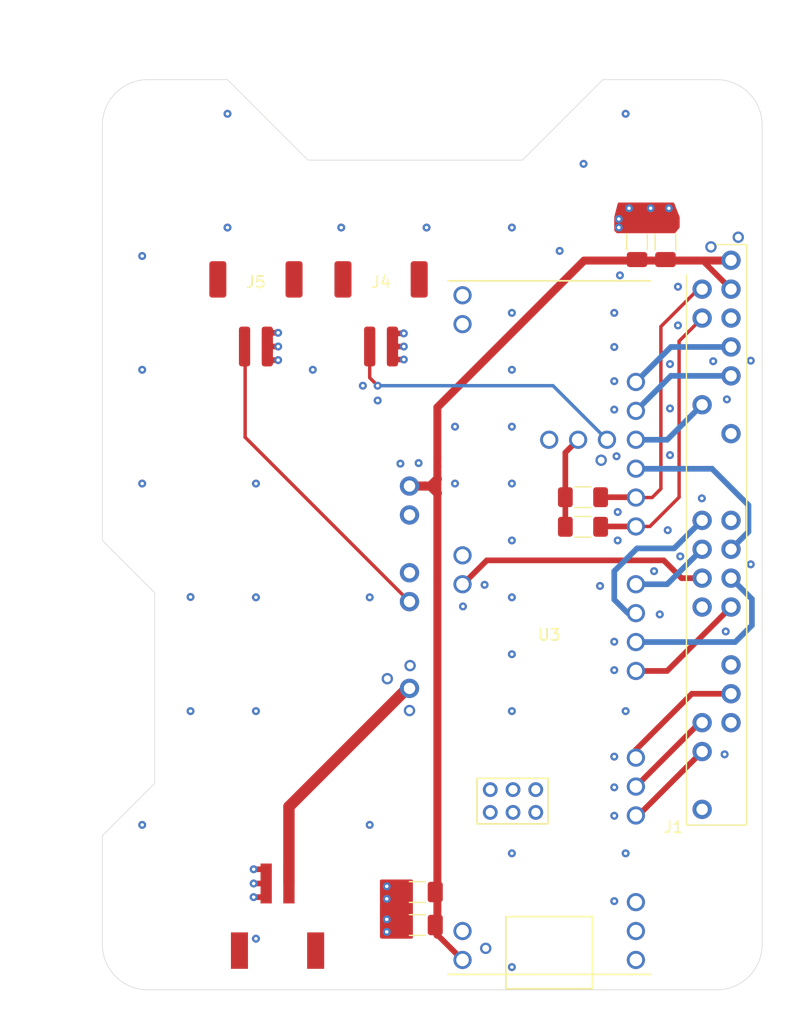
<source format=kicad_pcb>
(kicad_pcb (version 20241229) (generator "pcbnew") (generator_version "9.0")
  (layers (0 "F.Cu" signal) (4 "In1.Cu" power) (6 "In2.Cu" power) (2 "B.Cu" signal) (13 "F.Paste" user) (15 "B.Paste" user) (5 "F.SilkS" user "F.Silkscreen") (7 "B.SilkS" user "B.Silkscreen") (1 "F.Mask" user) (3 "B.Mask" user) (25 "Edge.Cuts" user))
  (net 0 "")
  (net 2 "GND")
  (net 3 "+5V")
  (net 4 "/MOSI")
  (net 5 "/MISO")
  (net 6 "/SCK")
  (net 7 "/RX")
  (net 8 "/SDA")
  (net 9 "/SCL")
  (net 10 "/TX")
  (net 12 "/STANDBY_GPS_MAX_7Q")
  (net 13 "/GPS_RST")
  (net 20 "+3.3V")
  (net 21 "/VBAT")
  (net 24 "/STANDBY_GPS")
  (net 26 "/PWR_EN")
  (net 28 "/RESET_5146")
  (net 29 "/GPS_RST_MAX_7Q")
  (net 30 "/GPIO7_SX1302")
  (net 32 "/SPI_CS0")
  (net 33 "/VBUS")
  (footprint "Resistor_SMD:R_1206_3216Metric_Pad1.30x1.75mm_HandSolder" (layer "F.Cu") (at 97.25 75.7)
    (property "Reference" "R5" (hide yes))
    (property "Value" "3.3k" (hide yes))
    (fp_line (start -0.727064 -0.91) (end 0.727064 -0.91) (stroke (width 0.12)) (layer "F.SilkS"))
    (fp_line (start -0.727064 0.91) (end 0.727064 0.91) (stroke (width 0.12)) (layer "F.SilkS"))
    (pad "1" smd roundrect (at -1.55 0) (size 1.3 1.75) (layers "F.Cu" "F.Mask" "F.Paste") (roundrect_rratio 0.192308) (net 20 "+3.3V"))
    (pad "2" smd roundrect (at 1.55 0) (size 1.3 1.75) (layers "F.Cu" "F.Mask" "F.Paste") (roundrect_rratio 0.192308) (net 8 "/SDA"))
  )
  (footprint "teensy:Teensy41_min" (layer "F.Cu") (at 94.2816 87.16 90)
    (property "Reference" "U3" (at -0.635 0 180) (layer "F.SilkS"))
    (property "Value" "Teensy4.1" (hide yes))
    (fp_line (start 30.48 -8.89) (end 30.48 8.89) (stroke (width 0.15)) (layer "F.SilkS"))
    (fp_line (start -13.25 -6.3516) (end -17.25 -6.3516) (stroke (width 0.15)) (layer "F.SilkS"))
    (fp_line (start -17.25 -6.3516) (end -17.25 -6.1016) (stroke (width 0.15)) (layer "F.SilkS"))
    (fp_line (start -17.25 -6.1016) (end -17.25 -0.1016) (stroke (width 0.15)) (layer "F.SilkS"))
    (fp_line (start -25.4 -3.81) (end -30.48 -3.81) (stroke (width 0.15)) (layer "F.SilkS"))
    (fp_line (start -31.75 -3.81) (end -30.48 -3.81) (stroke (width 0.15)) (layer "F.SilkS"))
    (fp_line (start -13.25 -0.1016) (end -13.25 -6.3516) (stroke (width 0.15)) (layer "F.SilkS"))
    (fp_line (start -17.25 -0.1016) (end -13.25 -0.1016) (stroke (width 0.15)) (layer "F.SilkS"))
    (fp_line (start -25.4 3.81) (end -25.4 -3.81) (stroke (width 0.15)) (layer "F.SilkS"))
    (fp_line (start -25.4 3.81) (end -30.48 3.81) (stroke (width 0.15)) (layer "F.SilkS"))
    (fp_line (start -30.48 3.81) (end -31.75 3.81) (stroke (width 0.15)) (layer "F.SilkS"))
    (fp_line (start -31.75 3.81) (end -31.75 -3.81) (stroke (width 0.15)) (layer "F.SilkS"))
    (fp_line (start -30.48 8.89) (end -30.48 -8.89) (stroke (width 0.15)) (layer "F.SilkS"))
    (pad "1" thru_hole circle (at -29.21 7.62 90) (size 1.6 1.6) (drill 1.1) (layers "*.Cu" "*.Mask") (net 2 "GND"))
    (pad "2" thru_hole circle (at -26.67 7.62 90) (size 1.6 1.6) (drill 1.1) (layers "*.Cu" "*.Mask"))
    (pad "3" thru_hole circle (at -24.13 7.62 90) (size 1.6 1.6) (drill 1.1) (layers "*.Cu" "*.Mask"))
    (pad "6" thru_hole circle (at -16.51 7.62 270) (size 1.6 1.6) (drill 1.1) (layers "*.Cu" "*.Mask") (net 12 "/STANDBY_GPS_MAX_7Q"))
    (pad "7" thru_hole circle (at -13.97 7.62 270) (size 1.6 1.6) (drill 1.1) (layers "*.Cu" "*.Mask") (net 29 "/GPS_RST_MAX_7Q"))
    (pad "8" thru_hole circle (at -11.43 7.62 270) (size 1.6 1.6) (drill 1.1) (layers "*.Cu" "*.Mask") (net 24 "/STANDBY_GPS"))
    (pad "11" thru_hole circle (at -3.81 7.62 90) (size 1.6 1.6) (drill 1.1) (layers "*.Cu" "*.Mask") (net 30 "/GPIO7_SX1302"))
    (pad "12" thru_hole circle (at -1.27 7.62 90) (size 1.6 1.6) (drill 1.1) (layers "*.Cu" "*.Mask") (net 32 "/SPI_CS0"))
    (pad "13" thru_hole circle (at 1.27 7.62 90) (size 1.6 1.6) (drill 1.1) (layers "*.Cu" "*.Mask") (net 4 "/MOSI"))
    (pad "14" thru_hole circle (at 3.81 7.62 90) (size 1.6 1.6) (drill 1.1) (layers "*.Cu" "*.Mask") (net 5 "/MISO"))
    (pad "16" thru_hole circle (at 8.89 7.62 90) (size 1.6 1.6) (drill 1.1) (layers "*.Cu" "*.Mask") (net 9 "/SCL"))
    (pad "17" thru_hole circle (at 11.43 7.62 90) (size 1.6 1.6) (drill 1.1) (layers "*.Cu" "*.Mask") (net 8 "/SDA"))
    (pad "18" thru_hole circle (at 13.97 7.62 90) (size 1.6 1.6) (drill 1.1) (layers "*.Cu" "*.Mask") (net 13 "/GPS_RST"))
    (pad "19" thru_hole circle (at 16.51 7.62 90) (size 1.6 1.6) (drill 1.1) (layers "*.Cu" "*.Mask") (net 28 "/RESET_5146"))
    (pad "20" thru_hole circle (at 19.05 7.62 90) (size 1.6 1.6) (drill 1.1) (layers "*.Cu" "*.Mask") (net 10 "/TX"))
    (pad "21" thru_hole circle (at 21.59 7.62 90) (size 1.6 1.6) (drill 1.1) (layers "*.Cu" "*.Mask") (net 7 "/RX"))
    (pad "25" thru_hole circle (at 29.21 -7.62 90) (size 1.6 1.6) (drill 1.1) (layers "*.Cu" "*.Mask"))
    (pad "26" thru_hole circle (at 26.67 -7.62 90) (size 1.6 1.6) (drill 1.1) (layers "*.Cu" "*.Mask"))
    (pad "34" thru_hole circle (at 6.35 -7.62 90) (size 1.6 1.6) (drill 1.1) (layers "*.Cu" "*.Mask") (net 2 "GND"))
    (pad "35" thru_hole circle (at 3.81 -7.62 90) (size 1.6 1.6) (drill 1.1) (layers "*.Cu" "*.Mask") (net 6 "/SCK"))
    (pad "47" thru_hole circle (at -26.67 -7.62 90) (size 1.6 1.6) (drill 1.1) (layers "*.Cu" "*.Mask") (net 2 "GND"))
    (pad "48" thru_hole circle (at -29.21 -7.62 90) (size 1.6 1.6) (drill 1.1) (layers "*.Cu" "*.Mask") (net 3 "+5V"))
    (pad "50" thru_hole circle (at 16.51 5.08 90) (size 1.6 1.6) (drill 1.1) (layers "*.Cu" "*.Mask") (net 21 "/VBAT"))
    (pad "51" thru_hole circle (at 16.51 2.54 90) (size 1.6 1.6) (drill 1.1) (layers "*.Cu" "*.Mask") (net 20 "+3.3V"))
    (pad "52" thru_hole circle (at 16.51 0 90) (size 1.6 1.6) (drill 1.1) (layers "*.Cu" "*.Mask") (net 2 "GND"))
    (pad "60" thru_hole circle (at -16.24 -5.1816 90) (size 1.3 1.3) (drill 0.8) (layers "*.Cu" "*.Mask"))
    (pad "61" thru_hole circle (at -16.24 -3.1816 90) (size 1.3 1.3) (drill 0.8) (layers "*.Cu" "*.Mask"))
    (pad "62" thru_hole circle (at -16.24 -1.1816 90) (size 1.3 1.3) (drill 0.8) (layers "*.Cu" "*.Mask"))
    (pad "63" thru_hole circle (at -14.24 -1.1816 90) (size 1.3 1.3) (drill 0.8) (layers "*.Cu" "*.Mask"))
    (pad "64" thru_hole circle (at -14.24 -3.1816 90) (size 1.3 1.3) (drill 0.8) (layers "*.Cu" "*.Mask") (net 2 "GND"))
    (pad "65" thru_hole circle (at -14.24 -5.1816 90) (size 1.3 1.3) (drill 0.8) (layers "*.Cu" "*.Mask"))
  )
  (footprint "TF:MountingHole_3mm_rec" (layer "F.Cu") (at 60 50)
    (property "Reference" "H1" (hide yes))
    (property "Value" "MountingHole" (hide yes))
    (pad "" np_thru_hole circle (at 0 0) (size 3 3) (drill 3) (layers "*.Cu" "*.Mask"))
  )
  (footprint "TF:MountingHole_4mm_t4" (layer "F.Cu") (at 60 44)
    (property "Reference" "H5" (hide yes))
    (property "Value" "MountingHole" (hide yes))
    (pad "" np_thru_hole circle (at 0 0) (size 4 4) (drill 4) (layers "*.Cu" "*.Mask"))
  )
  (footprint "adafruit:adafruit powerboost 1000" (layer "F.Cu") (at 82 92.5 90)
    (property "Reference" "J2" (hide yes))
    (property "Value" "adafruitpwr1000" (hide yes))
    (pad "" np_thru_hole circle (at -10.287 -19.034 90) (size 2.5 2.5) (drill 2.75) (layers "F&B.Cu" "*.Mask"))
    (pad "" np_thru_hole circle (at -10.287 -1.254 90) (size 2.5 2.5) (drill 2.75) (layers "F&B.Cu" "*.Mask"))
    (pad "" np_thru_hole circle (at 21.07 -17.016 90) (size 2.5 2.5) (drill 2.75) (layers "F&B.Cu" "*.Mask"))
    (pad "" np_thru_hole circle (at 21.07 -3.91 90) (size 2.5 2.5) (drill 2.75) (layers "F&B.Cu" "*.Mask"))
    (pad "1" thru_hole circle (at 0 0 180) (size 1.7 1.7) (drill 1) (layers "*.Cu" "*.Mask") (net 33 "/VBUS"))
    (pad "4" thru_hole circle (at 7.62 0 180) (size 1.7 1.7) (drill 1) (layers "*.Cu" "*.Mask") (net 26 "/PWR_EN"))
    (pad "5" thru_hole circle (at 10.16 0 180) (size 1.7 1.7) (drill 1) (layers "*.Cu" "*.Mask") (net 2 "GND"))
    (pad "7" thru_hole circle (at 15.24 0 180) (size 1.7 1.7) (drill 1) (layers "*.Cu" "*.Mask") (net 2 "GND"))
    (pad "8" thru_hole circle (at 17.78 0 180) (size 1.7 1.7) (drill 1) (layers "*.Cu" "*.Mask") (net 3 "+5V"))
  )
  (footprint "JST2pin:CONN_S2B-PH-SM4-TB_JST_mod2" (layer "F.Cu") (at 68.5 59.5 180)
    (property "Reference" "J5" (at 0 2.7 0) (layer "F.SilkS"))
    (property "Value" "S2B-PH-SM4-TB" (hide yes))
    (pad "1" smd roundrect (at -1.000001 -2.9553 180) (size 0.9906 3.5052) (layers "F.Cu" "F.Mask" "F.Paste") (net 2 "GND"))
    (pad "2" smd roundrect (at 1.000001 -2.9553 180) (size 0.9906 3.5052) (layers "F.Cu" "F.Mask" "F.Paste") (net 26 "/PWR_EN"))
    (pad "3" smd roundrect (at -3.350001 2.9447 180) (size 1.4986 3.2) (layers "F.Cu" "F.Mask" "F.Paste") (roundrect_rratio 0.1668223675))
    (pad "4" smd roundrect (at 3.350001 2.9447 180) (size 1.4986 3.2) (layers "F.Cu" "F.Mask" "F.Paste") (roundrect_rratio 0.1668223675))
  )
  (footprint "TF:MountingHole_3mm_rec" (layer "F.Cu") (at 109 108)
    (property "Reference" "H4" (hide yes))
    (property "Value" "MountingHole" (hide yes))
    (pad "" np_thru_hole circle (at 0 0) (size 3 3) (drill 3) (layers "*.Cu" "*.Mask"))
  )
  (footprint "TF:MountingHole_4mm_t4" (layer "F.Cu") (at 60 114)
    (property "Reference" "H7" (hide yes))
    (property "Value" "MountingHole" (hide yes))
    (pad "" np_thru_hole circle (at 0 0) (size 4 4) (drill 4) (layers "*.Cu" "*.Mask"))
  )
  (footprint "Capacitor_SMD:C_1206_3216Metric_Pad1.33x1.80mm_HandSolder" (layer "F.Cu") (at 102 53.25 -90)
    (property "Reference" "C8" (hide yes))
    (property "Value" "10u" (hide yes))
    (fp_line (start -0.711252 0.91) (end 0.711252 0.91) (stroke (width 0.12)) (layer "F.SilkS"))
    (fp_line (start -0.711252 -0.91) (end 0.711252 -0.91) (stroke (width 0.12)) (layer "F.SilkS"))
    (pad "1" smd roundrect (at -1.5625 0 270) (size 1.325 1.8) (layers "F.Cu" "F.Mask" "F.Paste") (roundrect_rratio 0.188679) (net 2 "GND"))
    (pad "2" smd roundrect (at 1.5625 0 270) (size 1.325 1.8) (layers "F.Cu" "F.Mask" "F.Paste") (roundrect_rratio 0.188679) (net 3 "+5V"))
  )
  (footprint "TF:MountingHole_3mm_rec" (layer "F.Cu") (at 109 50)
    (property "Reference" "H2" (hide yes))
    (property "Value" "MountingHole" (hide yes))
    (pad "" np_thru_hole circle (at 0 0) (size 3 3) (drill 3) (layers "*.Cu" "*.Mask"))
  )
  (footprint "Resistor_SMD:R_1206_3216Metric_Pad1.30x1.75mm_HandSolder" (layer "F.Cu") (at 97.25 78.3)
    (property "Reference" "R6" (hide yes))
    (property "Value" "3.3k" (hide yes))
    (fp_line (start -0.727064 -0.91) (end 0.727064 -0.91) (stroke (width 0.12)) (layer "F.SilkS"))
    (fp_line (start -0.727064 0.91) (end 0.727064 0.91) (stroke (width 0.12)) (layer "F.SilkS"))
    (pad "1" smd roundrect (at -1.55 0) (size 1.3 1.75) (layers "F.Cu" "F.Mask" "F.Paste") (roundrect_rratio 0.192308) (net 20 "+3.3V"))
    (pad "2" smd roundrect (at 1.55 0) (size 1.3 1.75) (layers "F.Cu" "F.Mask" "F.Paste") (roundrect_rratio 0.192308) (net 9 "/SCL"))
  )
  (footprint "TF:MountingHole_3mm_rec" (layer "F.Cu") (at 60 108)
    (property "Reference" "H3" (hide yes))
    (property "Value" "MountingHole" (hide yes))
    (pad "" np_thru_hole circle (at 0 0) (size 3 3) (drill 3) (layers "*.Cu" "*.Mask"))
  )
  (footprint "Capacitor_SMD:C_1206_3216Metric_Pad1.33x1.80mm_HandSolder" (layer "F.Cu") (at 104.5 53.25 -90)
    (property "Reference" "C1" (hide yes))
    (property "Value" "10u" (hide yes))
    (fp_line (start -0.711252 0.91) (end 0.711252 0.91) (stroke (width 0.12)) (layer "F.SilkS"))
    (fp_line (start -0.711252 -0.91) (end 0.711252 -0.91) (stroke (width 0.12)) (layer "F.SilkS"))
    (pad "1" smd roundrect (at -1.5625 0 270) (size 1.325 1.8) (layers "F.Cu" "F.Mask" "F.Paste") (roundrect_rratio 0.188679) (net 2 "GND"))
    (pad "2" smd roundrect (at 1.5625 0 270) (size 1.325 1.8) (layers "F.Cu" "F.Mask" "F.Paste") (roundrect_rratio 0.188679) (net 3 "+5V"))
  )
  (footprint "TF:MountingHole_4mm_t4" (layer "F.Cu") (at 108 114)
    (property "Reference" "H8" (hide yes))
    (property "Value" "MountingHole" (hide yes))
    (pad "" np_thru_hole circle (at 0 0) (size 4 4) (drill 4) (layers "*.Cu" "*.Mask"))
  )
  (footprint "Capacitor_SMD:C_1206_3216Metric_Pad1.33x1.80mm_HandSolder" (layer "F.Cu") (at 82.7 110.4 180)
    (property "Reference" "C2" (hide yes))
    (property "Value" "10u" (hide yes))
    (fp_line (start -0.711252 0.91) (end 0.711252 0.91) (stroke (width 0.12)) (layer "F.SilkS"))
    (fp_line (start -0.711252 -0.91) (end 0.711252 -0.91) (stroke (width 0.12)) (layer "F.SilkS"))
    (pad "1" smd roundrect (at -1.5625 0 180) (size 1.325 1.8) (layers "F.Cu" "F.Mask" "F.Paste") (roundrect_rratio 0.188679) (net 3 "+5V"))
    (pad "2" smd roundrect (at 1.5625 0 180) (size 1.325 1.8) (layers "F.Cu" "F.Mask" "F.Paste") (roundrect_rratio 0.188679) (net 2 "GND"))
  )
  (footprint "JST2pin:CONN_S2B-PH-SM4-TB_JST_mod2" (layer "F.Cu") (at 79.5 59.5 180)
    (property "Reference" "J4" (at 0 2.7 0) (layer "F.SilkS"))
    (property "Value" "S2B-PH-SM4-TB" (hide yes))
    (pad "1" smd roundrect (at -1.000001 -2.9553 180) (size 0.9906 3.5052) (layers "F.Cu" "F.Mask" "F.Paste") (net 2 "GND"))
    (pad "2" smd roundrect (at 1.000001 -2.9553 180) (size 0.9906 3.5052) (layers "F.Cu" "F.Mask" "F.Paste") (net 21 "/VBAT"))
    (pad "3" smd roundrect (at -3.350001 2.9447 180) (size 1.4986 3.2) (layers "F.Cu" "F.Mask" "F.Paste") (roundrect_rratio 0.1668223675))
    (pad "4" smd roundrect (at 3.350001 2.9447 180) (size 1.4986 3.2) (layers "F.Cu" "F.Mask" "F.Paste") (roundrect_rratio 0.1668223675))
  )
  (footprint "Capacitor_SMD:C_1206_3216Metric_Pad1.33x1.80mm_HandSolder" (layer "F.Cu") (at 82.7 113.3 180)
    (property "Reference" "C10" (hide yes))
    (property "Value" "10u" (hide yes))
    (fp_line (start -0.711252 0.91) (end 0.711252 0.91) (stroke (width 0.12)) (layer "F.SilkS"))
    (fp_line (start -0.711252 -0.91) (end 0.711252 -0.91) (stroke (width 0.12)) (layer "F.SilkS"))
    (pad "1" smd roundrect (at -1.5625 0 180) (size 1.325 1.8) (layers "F.Cu" "F.Mask" "F.Paste") (roundrect_rratio 0.188679) (net 3 "+5V"))
    (pad "2" smd roundrect (at 1.5625 0 180) (size 1.325 1.8) (layers "F.Cu" "F.Mask" "F.Paste") (roundrect_rratio 0.188679) (net 2 "GND"))
  )
  (footprint "TF:MountingHole_4mm_t4" (layer "F.Cu") (at 108 44)
    (property "Reference" "H6" (hide yes))
    (property "Value" "MountingHole" (hide yes))
    (pad "" np_thru_hole circle (at 0 0) (size 4 4) (drill 4) (layers "*.Cu" "*.Mask"))
  )
  (footprint "Connector_PinHeader_2.54mm:PinHeader_2x20_P2.54mm_Vertical" (layer "F.Cu") (at 107.725 54.875)
    (property "Reference" "J1" (at -2.525 49.825 0) (layer "F.SilkS"))
    (property "Value" "Raspberry_Pi_4" (hide yes))
    (fp_line (start -1.38 1.27) (end -1.38 49.64) (stroke (width 0.12)) (layer "F.SilkS"))
    (fp_line (start -1.38 49.64) (end 3.92 49.64) (stroke (width 0.12)) (layer "F.SilkS"))
    (fp_line (start 1.27 -1.38) (end 3.92 -1.38) (stroke (width 0.12)) (layer "F.SilkS"))
    (fp_line (start 3.92 -1.38) (end 3.92 49.64) (stroke (width 0.12)) (layer "F.SilkS"))
    (pad "2" thru_hole circle (at 2.54 0) (size 1.7 1.7) (drill 1) (layers "*.Cu" "*.Mask") (net 3 "+5V"))
    (pad "3" thru_hole circle (at 0 2.54) (size 1.7 1.7) (drill 1) (layers "*.Cu" "*.Mask") (net 8 "/SDA"))
    (pad "4" thru_hole circle (at 2.54 2.54) (size 1.7 1.7) (drill 1) (layers "*.Cu" "*.Mask") (net 3 "+5V"))
    (pad "5" thru_hole circle (at 0 5.08) (size 1.7 1.7) (drill 1) (layers "*.Cu" "*.Mask") (net 9 "/SCL"))
    (pad "6" thru_hole circle (at 2.54 5.08) (size 1.7 1.7) (drill 1) (layers "*.Cu" "*.Mask") (net 2 "GND"))
    (pad "8" thru_hole circle (at 2.54 7.62) (size 1.7 1.7) (drill 1) (layers "*.Cu" "*.Mask") (net 7 "/RX"))
    (pad "10" thru_hole circle (at 2.54 10.16) (size 1.7 1.7) (drill 1) (layers "*.Cu" "*.Mask") (net 10 "/TX"))
    (pad "11" thru_hole circle (at 0 12.7) (size 1.7 1.7) (drill 1) (layers "*.Cu" "*.Mask") (net 28 "/RESET_5146"))
    (pad "14" thru_hole circle (at 2.54 15.24) (size 1.7 1.7) (drill 1) (layers "*.Cu" "*.Mask") (net 2 "GND"))
    (pad "19" thru_hole circle (at 0 22.86) (size 1.7 1.7) (drill 1) (layers "*.Cu" "*.Mask") (net 4 "/MOSI"))
    (pad "20" thru_hole circle (at 2.54 22.86) (size 1.7 1.7) (drill 1) (layers "*.Cu" "*.Mask") (net 2 "GND"))
    (pad "21" thru_hole circle (at 0 25.4) (size 1.7 1.7) (drill 1) (layers "*.Cu" "*.Mask") (net 5 "/MISO"))
    (pad "22" thru_hole circle (at 2.54 25.4) (size 1.7 1.7) (drill 1) (layers "*.Cu" "*.Mask") (net 13 "/GPS_RST"))
    (pad "23" thru_hole circle (at 0 27.94) (size 1.7 1.7) (drill 1) (layers "*.Cu" "*.Mask") (net 6 "/SCK"))
    (pad "24" thru_hole circle (at 2.54 27.94) (size 1.7 1.7) (drill 1) (layers "*.Cu" "*.Mask") (net 32 "/SPI_CS0"))
    (pad "25" thru_hole circle (at 0 30.48) (size 1.7 1.7) (drill 1) (layers "*.Cu" "*.Mask") (net 2 "GND"))
    (pad "26" thru_hole circle (at 2.54 30.48) (size 1.7 1.7) (drill 1) (layers "*.Cu" "*.Mask") (net 30 "/GPIO7_SX1302"))
    (pad "30" thru_hole circle (at 2.54 35.56) (size 1.7 1.7) (drill 1) (layers "*.Cu" "*.Mask") (net 2 "GND"))
    (pad "32" thru_hole circle (at 2.54 38.1) (size 1.7 1.7) (drill 1) (layers "*.Cu" "*.Mask") (net 24 "/STANDBY_GPS"))
    (pad "33" thru_hole circle (at 0 40.64) (size 1.7 1.7) (drill 1) (layers "*.Cu" "*.Mask") (net 29 "/GPS_RST_MAX_7Q"))
    (pad "34" thru_hole circle (at 2.54 40.64) (size 1.7 1.7) (drill 1) (layers "*.Cu" "*.Mask") (net 2 "GND"))
    (pad "35" thru_hole circle (at 0 43.18) (size 1.7 1.7) (drill 1) (layers "*.Cu" "*.Mask") (net 12 "/STANDBY_GPS_MAX_7Q"))
    (pad "39" thru_hole circle (at 0 48.26) (size 1.7 1.7) (drill 1) (layers "*.Cu" "*.Mask") (net 2 "GND"))
  )
  (footprint "JST2pin:CONN_S2B-PH-SM4-TB_JST_mod2" (layer "F.Cu") (at 70.399999 112.6053)
    (property "Reference" "J3" (hide yes))
    (property "Value" "S2B-PH-SM4-TB" (hide yes))
    (pad "1" smd rect (at -1.000001 -2.9553) (size 0.9906 3.5052) (layers "F.Cu" "F.Mask" "F.Paste") (net 2 "GND"))
    (pad "2" smd rect (at 1.000001 -2.9553) (size 0.9906 3.5052) (layers "F.Cu" "F.Mask" "F.Paste") (net 33 "/VBUS"))
    (pad "3" smd rect (at -3.350001 2.9447) (size 1.4986 3.2) (layers "F.Cu" "F.Mask" "F.Paste"))
    (pad "4" smd rect (at 3.350001 2.9447) (size 1.4986 3.2) (layers "F.Cu" "F.Mask" "F.Paste"))
  )
  (gr_line (start 59 39) (end 66 39) (stroke (width 0.05)) (layer "Edge.Cuts"))
  (gr_line (start 59.598097 84.098097) (end 55.001903 79.501903) (stroke (width 0.05)) (layer "Edge.Cuts"))
  (gr_arc (start 109 39) (mid 111.828427 40.171573) (end 113 43) (stroke (width 0.05)) (layer "Edge.Cuts"))
  (gr_line (start 55.001903 79.501903) (end 55 43) (stroke (width 0.05)) (layer "Edge.Cuts"))
  (gr_arc (start 59 119) (mid 56.171573 117.828427) (end 55 115) (stroke (width 0.05)) (layer "Edge.Cuts"))
  (gr_line (start 59.596194 100.853806) (end 59.598097 84.098097) (stroke (width 0.05)) (layer "Edge.Cuts"))
  (gr_arc (start 113 115) (mid 111.828427 117.828427) (end 109 119) (stroke (width 0.05)) (layer "Edge.Cuts"))
  (gr_line (start 109 119) (end 59 119) (stroke (width 0.05)) (layer "Edge.Cuts"))
  (gr_line (start 73.071068 46.071068) (end 91.928932 46.071068) (stroke (width 0.05)) (layer "Edge.Cuts"))
  (gr_line (start 113 43) (end 113 115) (stroke (width 0.05)) (layer "Edge.Cuts"))
  (gr_line (start 66 39) (end 73.071068 46.071068) (stroke (width 0.05)) (layer "Edge.Cuts"))
  (gr_line (start 99 39) (end 109 39) (stroke (width 0.05)) (layer "Edge.Cuts"))
  (gr_line (start 99 39) (end 91.928932 46.071068) (stroke (width 0.05)) (layer "Edge.Cuts"))
  (gr_arc (start 55 43) (mid 56.171573 40.171573) (end 59 39) (stroke (width 0.05)) (layer "Edge.Cuts"))
  (gr_line (start 55 115) (end 55 105.45) (stroke (width 0.05)) (layer "Edge.Cuts"))
  (gr_line (start 59.596194 100.853806) (end 55 105.45) (stroke (width 0.05)) (layer "Edge.Cuts"))
  (segment (start 81.5 63.6) (end 80.5 63.6) (width 0.5) (layer "F.Cu") (net 2))
  (segment (start 70.45 63.65) (end 69.5 63.65) (width 0.5) (layer "F.Cu") (net 2))
  (segment (start 70.4553 62.4553) (end 69.500001 62.4553) (width 0.5) (layer "F.Cu") (net 2))
  (segment (start 68.25 109.65) (end 69.4 109.65) (width 0.5) (layer "F.Cu") (net 2))
  (segment (start 81.5 62.4553) (end 80.500001 62.4553) (width 0.5) (layer "F.Cu") (net 2))
  (segment (start 68.25 108.4) (end 69.4 108.4) (width 0.5) (layer "F.Cu") (net 2))
  (segment (start 81.5 61.3) (end 80.5 61.3) (width 0.5) (layer "F.Cu") (net 2))
  (segment (start 70.45 61.25) (end 69.55 61.25) (width 0.5) (layer "F.Cu") (net 2))
  (segment (start 68.2 110.85) (end 69.4 110.85) (width 0.5) (layer "F.Cu") (net 2))
  (via (at 91 84.5) (size 0.7) (drill 0.3) (layers "F.Cu" "B.Cu") (net 2))
  (via (at 62.75 94.5) (size 0.7) (drill 0.3) (layers "F.Cu" "B.Cu") (net 2))
  (via (at 81.5 62.4553) (size 0.7) (drill 0.3) (layers "F.Cu" "B.Cu") (net 2))
  (via (at 82.05 90.5) (size 1) (drill 0.6) (layers "F.Cu" "B.Cu") (net 2))
  (via (at 104 86) (size 0.7) (drill 0.3) (layers "F.Cu" "B.Cu") (net 2))
  (via (at 100 101.2) (size 0.7) (drill 0.3) (layers "F.Cu" "B.Cu") (net 2))
  (via (at 98.75 83.5) (size 0.7) (drill 0.3) (layers "F.Cu" "B.Cu") (net 2))
  (via (at 81.5 61.3) (size 0.7) (drill 0.3) (layers "F.Cu" "B.Cu") (net 2))
  (via (at 70.45 63.65) (size 0.7) (drill 0.3) (layers "F.Cu" "B.Cu") (net 2))
  (via (at 100 59.5) (size 0.7) (drill 0.3) (layers "F.Cu" "B.Cu") (net 2))
  (via (at 88.6 83.4) (size 0.7) (drill 0.3) (layers "F.Cu" "B.Cu") (net 2))
  (via (at 91 89.5) (size 0.7) (drill 0.3) (layers "F.Cu" "B.Cu") (net 2))
  (via (at 80 113.9) (size 0.7) (drill 0.3) (layers "F.Cu" "B.Cu") (net 2))
  (via (at 88.7 115.35) (size 1) (drill 0.6) (layers "F.Cu" "B.Cu") (net 2))
  (via (at 68.5 84.5) (size 0.7) (drill 0.3) (layers "F.Cu" "B.Cu") (net 2))
  (via (at 100.5 56.2) (size 0.7) (drill 0.3) (layers "F.Cu" "B.Cu") (net 2))
  (via (at 91 94.5) (size 0.7) (drill 0.3) (layers "F.Cu" "B.Cu") (net 2))
  (via (at 107.7 75.8) (size 0.7) (drill 0.3) (layers "F.Cu" "B.Cu") (net 2))
  (via (at 100 103.7) (size 0.7) (drill 0.3) (layers "F.Cu" "B.Cu") (net 2))
  (via (at 100.3 79.5) (size 0.7) (drill 0.3) (layers "F.Cu" "B.Cu") (net 2))
  (via (at 100.3 77) (size 0.7) (drill 0.3) (layers "F.Cu" "B.Cu") (net 2))
  (via (at 104.7 78.6) (size 0.7) (drill 0.3) (layers "F.Cu" "B.Cu") (net 2))
  (via (at 100 62.5) (size 0.7) (drill 0.3) (layers "F.Cu" "B.Cu") (net 2))
  (via (at 91 52) (size 0.7) (drill 0.3) (layers "F.Cu" "B.Cu") (net 2))
  (via (at 101 94.5) (size 0.7) (drill 0.3) (layers "F.Cu" "B.Cu") (net 2))
  (via (at 109.9 67.1) (size 0.7) (drill 0.3) (layers "F.Cu" "B.Cu") (net 2))
  (via (at 82 94.45) (size 1) (drill 0.6) (layers "F.Cu" "B.Cu") (net 2))
  (via (at 91 74.5) (size 0.7) (drill 0.3) (layers "F.Cu" "B.Cu") (net 2))
  (via (at 66 42) (size 0.7) (drill 0.3) (layers "F.Cu" "B.Cu") (net 2))
  (via (at 100 90.9) (size 0.7) (drill 0.3) (layers "F.Cu" "B.Cu") (net 2))
  (via (at 58.5 54.5) (size 0.7) (drill 0.3) (layers "F.Cu" "B.Cu") (net 2))
  (via (at 76 52) (size 0.7) (drill 0.3) (layers "F.Cu" "B.Cu") (net 2))
  (via (at 103.2 50.3) (size 0.7) (drill 0.3) (layers "F.Cu" "B.Cu") (net 2))
  (via (at 101.3 50.3) (size 0.7) (drill 0.3) (layers "F.Cu" "B.Cu") (net 2))
  (via (at 98.85 72.45) (size 1) (drill 0.6) (layers "F.Cu" "B.Cu") (net 2))
  (via (at 81.2 72.75) (size 0.7) (drill 0.3) (layers "F.Cu" "B.Cu") (net 2))
  (via (at 105.6 60.6) (size 0.7) (drill 0.3) (layers "F.Cu" "B.Cu") (net 2))
  (via (at 112 81.6) (size 0.7) (drill 0.3) (layers "F.Cu" "B.Cu") (net 2))
  (via (at 101 107) (size 0.7) (drill 0.3) (layers "F.Cu" "B.Cu") (net 2))
  (via (at 68.5 74.5) (size 0.7) (drill 0.3) (layers "F.Cu" "B.Cu") (net 2))
  (via (at 105.6 57.2) (size 0.7) (drill 0.3) (layers "F.Cu" "B.Cu") (net 2))
  (via (at 80.05 91.65) (size 1) (drill 0.6) (layers "F.Cu" "B.Cu") (net 2))
  (via (at 95.2 54.05) (size 0.7) (drill 0.3) (layers "F.Cu" "B.Cu") (net 2))
  (via (at 78.5 84.5) (size 0.7) (drill 0.3) (layers "F.Cu" "B.Cu") (net 2))
  (via (at 91 69.5) (size 0.7) (drill 0.3) (layers "F.Cu" "B.Cu") (net 2))
  (via (at 68.3 109.65) (size 0.7) (drill 0.3) (layers "F.Cu" "B.Cu") (net 2))
  (via (at 86.7 85.3) (size 0.7) (drill 0.3) (layers "F.Cu" "B.Cu") (net 2))
  (via (at 68.5 114.5) (size 0.7) (drill 0.3) (layers "F.Cu" "B.Cu") (net 2))
  (via (at 70.45 61.25) (size 0.7) (drill 0.3) (layers "F.Cu" "B.Cu") (net 2))
  (via (at 104.9 67.9) (size 0.7) (drill 0.3) (layers "F.Cu" "B.Cu") (net 2))
  (via (at 100 65.5) (size 0.7) (drill 0.3) (layers "F.Cu" "B.Cu") (net 2))
  (via (at 91 59.5) (size 0.7) (drill 0.3) (layers "F.Cu" "B.Cu") (net 2))
  (via (at 77.9 65.9) (size 0.7) (drill 0.3) (layers "F.Cu" "B.Cu") (net 2))
  (via (at 109.7 98.3) (size 0.7) (drill 0.3) (layers "F.Cu" "B.Cu") (net 2))
  (via (at 100 88.4) (size 0.7) (drill 0.3) (layers "F.Cu" "B.Cu") (net 2))
  (via (at 91 107) (size 0.7) (drill 0.3) (layers "F.Cu" "B.Cu") (net 2))
  (via (at 68.3 110.85) (size 0.7) (drill 0.3) (layers "F.Cu" "B.Cu") (net 2))
  (via (at 70.4553 62.4553) (size 0.7) (drill 0.3) (layers "F.Cu" "B.Cu") (net 2))
  (via (at 104.9 72) (size 0.7) (drill 0.3) (layers "F.Cu" "B.Cu") (net 2))
  (via (at 91 117) (size 0.7) (drill 0.3) (layers "F.Cu" "B.Cu") (net 2))
  (via (at 91 79.5) (size 0.7) (drill 0.3) (layers "F.Cu" "B.Cu") (net 2))
  (via (at 58.5 104.5) (size 0.7) (drill 0.3) (layers "F.Cu" "B.Cu") (net 2))
  (via (at 105.8 80.9) (size 0.7) (drill 0.3) (layers "F.Cu" "B.Cu") (net 2))
  (via (at 80 111) (size 0.7) (drill 0.3) (layers "F.Cu" "B.Cu") (net 2))
  (via (at 100 111.2) (size 0.7) (drill 0.3) (layers "F.Cu" "B.Cu") (net 2))
  (via (at 100.4 51.25) (size 0.7) (drill 0.3) (layers "F.Cu" "B.Cu") (net 2))
  (via (at 62.75 84.470299) (size 0.7) (drill 0.3) (layers "F.Cu" "B.Cu") (net 2))
  (via (at 66 52) (size 0.7) (drill 0.3) (layers "F.Cu" "B.Cu") (net 2))
  (via (at 80 109.9) (size 0.7) (drill 0.3) (layers "F.Cu" "B.Cu") (net 2))
  (via (at 83.5 52) (size 0.7) (drill 0.3) (layers "F.Cu" "B.Cu") (net 2))
  (via (at 100 68) (size 0.7) (drill 0.3) (layers "F.Cu" "B.Cu") (net 2))
  (via (at 91 64.5) (size 0.7) (drill 0.3) (layers "F.Cu" "B.Cu") (net 2))
  (via (at 108.7 63.75) (size 0.7) (drill 0.3) (layers "F.Cu" "B.Cu") (net 2))
  (via (at 58.5 74.5) (size 0.7) (drill 0.3) (layers "F.Cu" "B.Cu") (net 2))
  (via (at 58.5 64.5) (size 0.7) (drill 0.3) (layers "F.Cu" "B.Cu") (net 2))
  (via (at 101 42) (size 0.7) (drill 0.3) (layers "F.Cu" "B.Cu") (net 2))
  (via (at 80 112.8) (size 0.7) (drill 0.3) (layers "F.Cu" "B.Cu") (net 2))
  (via (at 100.4 52) (size 0.7) (drill 0.3) (layers "F.Cu" "B.Cu") (net 2))
  (via (at 103.5 82.2) (size 0.7) (drill 0.3) (layers "F.Cu" "B.Cu") (net 2))
  (via (at 79.2 67.2) (size 0.7) (drill 0.3) (layers "F.Cu" "B.Cu") (net 2))
  (via (at 86 69.5) (size 0.7) (drill 0.3) (layers "F.Cu" "B.Cu") (net 2))
  (via (at 82.8 72.7) (size 0.7) (drill 0.3) (layers "F.Cu" "B.Cu") (net 2))
  (via (at 108.5 53.7) (size 1) (drill 0.6) (layers "F.Cu" "B.Cu") (net 2))
  (via (at 112 63.7) (size 0.7) (drill 0.3) (layers "F.Cu" "B.Cu") (net 2))
  (via (at 86 74.5) (size 0.7) (drill 0.3) (layers "F.Cu" "B.Cu") (net 2))
  (via (at 100 98.5) (size 0.7) (drill 0.3) (layers "F.Cu" "B.Cu") (net 2))
  (via (at 100.2 72.1) (size 0.7) (drill 0.3) (layers "F.Cu" "B.Cu") (net 2))
  (via (at 73.5 64.5) (size 0.7) (drill 0.3) (layers "F.Cu" "B.Cu") (net 2))
  (via (at 104.9 64) (size 0.7) (drill 0.3) (layers "F.Cu" "B.Cu") (net 2))
  (via (at 97.3 46.4) (size 0.7) (drill 0.3) (layers "F.Cu" "B.Cu") (net 2))
  (via (at 68.5 94.5) (size 0.7) (drill 0.3) (layers "F.Cu" "B.Cu") (net 2))
  (via (at 68.3 108.4) (size 0.7) (drill 0.3) (layers "F.Cu" "B.Cu") (net 2))
  (via (at 78.5 104.5) (size 0.7) (drill 0.3) (layers "F.Cu" "B.Cu") (net 2))
  (via (at 110.9 52.85) (size 1) (drill 0.6) (layers "F.Cu" "B.Cu") (net 2))
  (via (at 104.8 50.3) (size 0.7) (drill 0.3) (layers "F.Cu" "B.Cu") (net 2))
  (via (at 81.5 63.6) (size 0.7) (drill 0.3) (layers "F.Cu" "B.Cu") (net 2))
  (via (at 109.8 87.5) (size 0.7) (drill 0.3) (layers "F.Cu" "B.Cu") (net 2))
  (segment (start 83.83 74.72) (end 84.45 75.34) (width 0.8) (layer "F.Cu") (net 3))
  (segment (start 82 74.72) (end 83.32 74.72) (width 0.8) (layer "F.Cu") (net 3))
  (segment (start 110.24 54.9) (end 110.265 54.875) (width 0.5) (layer "F.Cu") (net 3))
  (segment (start 84.45 67.8) (end 97.35 54.9) (width 0.7) (layer "F.Cu") (net 3))
  (segment (start 84.45 72.994918) (end 84.451 72.993918) (width 0.7) (layer "F.Cu") (net 3))
  (segment (start 107.975 55.125) (end 107.975 54.9) (width 0.5) (layer "F.Cu") (net 3))
  (segment (start 84.45 72.205082) (end 84.45 67.8) (width 0.7) (layer "F.Cu") (net 3))
  (segment (start 107.975 54.9) (end 108 54.925) (width 0.5) (layer "F.Cu") (net 3))
  (segment (start 84.45 114.1584) (end 84.45 74.1) (width 0.7) (layer "F.Cu") (net 3))
  (segment (start 84.451 72.206082) (end 84.45 72.205082) (width 0.7) (layer "F.Cu") (net 3))
  (segment (start 97.35 54.9) (end 107.975 54.9) (width 0.7) (layer "F.Cu") (net 3))
  (segment (start 110.265 57.415) (end 107.975 55.125) (width 0.5) (layer "F.Cu") (net 3))
  (segment (start 107.975 54.9) (end 110.24 54.9) (width 0.7) (layer "F.Cu") (net 3))
  (segment (start 83.83 74.72) (end 84.45 74.1) (width 0.8) (layer "F.Cu") (net 3))
  (segment (start 83.32 74.72) (end 83.83 74.72) (width 0.8) (layer "F.Cu") (net 3))
  (segment (start 84.45 74.1) (end 84.45 72.994918) (width 0.7) (layer "F.Cu") (net 3))
  (segment (start 84.451 72.993918) (end 84.451 72.206082) (width 0.7) (layer "F.Cu") (net 3))
  (segment (start 84.45 114.1584) (end 86.6616 116.37) (width 0.5) (layer "F.Cu") (net 3))
  (segment (start 107.015 77.735) (end 107.725 77.735) (width 0.3) (layer "F.Cu") (net 4))
  (segment (start 105.26 80.2) (end 107.725 77.735) (width 0.5) (layer "B.Cu") (net 4))
  (segment (start 102 80.2) (end 105.26 80.2) (width 0.5) (layer "B.Cu") (net 4))
  (segment (start 101.19 85.89) (end 100 84.7) (width 0.5) (layer "B.Cu") (net 4))
  (segment (start 100 82.2) (end 102 80.2) (width 0.5) (layer "B.Cu") (net 4))
  (segment (start 101.9016 85.89) (end 101.19 85.89) (width 0.3) (layer "B.Cu") (net 4))
  (segment (start 100 84.7) (end 100 82.2) (width 0.5) (layer "B.Cu") (net 4))
  (segment (start 104.65 83.35) (end 101.9016 83.35) (width 0.5) (layer "B.Cu") (net 5))
  (segment (start 107.725 80.275) (end 104.65 83.35) (width 0.5) (layer "B.Cu") (net 5))
  (segment (start 86.7 83.35) (end 86.6616 83.35) (width 0.3) (layer "F.Cu") (net 6))
  (segment (start 107.725 82.815) (end 105.915 82.815) (width 0.5) (layer "F.Cu") (net 6))
  (segment (start 88.8 81.25) (end 86.7 83.35) (width 0.5) (layer "F.Cu") (net 6))
  (segment (start 104.35 81.25) (end 88.8 81.25) (width 0.5) (layer "F.Cu") (net 6))
  (segment (start 105.915 82.815) (end 104.35 81.25) (width 0.5) (layer "F.Cu") (net 6))
  (segment (start 110.265 62.495) (end 104.9766 62.495) (width 0.5) (layer "B.Cu") (net 7))
  (segment (start 104.9766 62.495) (end 101.9016 65.57) (width 0.5) (layer "B.Cu") (net 7))
  (segment (start 107.385 57.415) (end 104.1 60.7) (width 0.3) (layer "F.Cu") (net 8))
  (segment (start 101.8716 75.7) (end 101.9016 75.73) (width 0.3) (layer "F.Cu") (net 8))
  (segment (start 101.9016 75.73) (end 101.87 75.73) (width 0.3) (layer "F.Cu") (net 8))
  (segment (start 103.33 75.73) (end 101.9016 75.73) (width 0.3) (layer "F.Cu") (net 8))
  (segment (start 107.725 57.415) (end 107.385 57.415) (width 0.3) (layer "F.Cu") (net 8))
  (segment (start 99.35 75.7) (end 101.8716 75.7) (width 0.5) (layer "F.Cu") (net 8))
  (segment (start 104.1 60.7) (end 104.1 74.96) (width 0.3) (layer "F.Cu") (net 8))
  (segment (start 104.1 74.96) (end 103.33 75.73) (width 0.3) (layer "F.Cu") (net 8))
  (segment (start 101.87 75.73) (end 101.84 75.7) (width 0.3) (layer "F.Cu") (net 8))
  (segment (start 103.13 78.27) (end 101.9016 78.27) (width 0.3) (layer "F.Cu") (net 9))
  (segment (start 105.7 75.7) (end 103.13 78.27) (width 0.3) (layer "F.Cu") (net 9))
  (segment (start 98.83 78.27) (end 98.8 78.3) (width 0.3) (layer "F.Cu") (net 9))
  (segment (start 105.7 61.98) (end 105.7 75.7) (width 0.3) (layer "F.Cu") (net 9))
  (segment (start 101.9016 78.27) (end 98.83 78.27) (width 0.5) (layer "F.Cu") (net 9))
  (segment (start 101.8816 78.25) (end 101.9016 78.27) (width 0.3) (layer "F.Cu") (net 9))
  (segment (start 101.8716 78.3) (end 101.9016 78.27) (width 0.3) (layer "F.Cu") (net 9))
  (segment (start 107.725 59.955) (end 105.7 61.98) (width 0.3) (layer "F.Cu") (net 9))
  (segment (start 110.265 65.035) (end 104.9766 65.035) (width 0.5) (layer "B.Cu") (net 10))
  (segment (start 104.9766 65.035) (end 101.9016 68.11) (width 0.5) (layer "B.Cu") (net 10))
  (segment (start 109.9 65.4) (end 110.265 65.035) (width 0.3) (layer "B.Cu") (net 10))
  (segment (start 102.11 103.67) (end 101.9016 103.67) (width 0.3) (layer "F.Cu") (net 12))
  (segment (start 107.725 98.055) (end 102.11 103.67) (width 0.5) (layer "F.Cu") (net 12))
  (segment (start 111.8 76.4) (end 108.6 73.2) (width 0.5) (layer "B.Cu") (net 13))
  (segment (start 110.265 80.275) (end 111.8 78.74) (width 0.5) (layer "B.Cu") (net 13))
  (segment (start 111.8 78.74) (end 111.8 76.4) (width 0.5) (layer "B.Cu") (net 13))
  (segment (start 101.9116 73.2) (end 101.9016 73.19) (width 0.3) (layer "B.Cu") (net 13))
  (segment (start 108.6 73.2) (end 101.9116 73.2) (width 0.5) (layer "B.Cu") (net 13))
  (segment (start 95.7 78.3) (end 95.7 71.7716) (width 0.5) (layer "F.Cu") (net 20))
  (segment (start 95.7 71.7716) (end 96.8216 70.65) (width 0.5) (layer "F.Cu") (net 20))
  (segment (start 96.69 70.7816) (end 96.8216 70.65) (width 0.3) (layer "B.Cu") (net 20))
  (segment (start 78.499999 65.199999) (end 79.2 65.9) (width 0.3) (layer "F.Cu") (net 21))
  (segment (start 78.499999 65.199999) (end 78.499999 62.4553) (width 0.3) (layer "F.Cu") (net 21))
  (via (at 79.2 65.9) (size 0.7) (drill 0.3) (layers "F.Cu" "B.Cu") (net 21))
  (segment (start 94.6116 65.9) (end 99.3616 70.65) (width 0.3) (layer "B.Cu") (net 21))
  (segment (start 79.2 66.05) (end 79.2 65.9) (width 0.3) (layer "B.Cu") (net 21))
  (segment (start 79.2 65.9) (end 94.6116 65.9) (width 0.3) (layer "B.Cu") (net 21))
  (segment (start 101.9016 98.59) (end 101.9016 97.8942) (width 0.5) (layer "F.Cu") (net 24))
  (segment (start 106.8208 92.975) (end 110.265 92.975) (width 0.5) (layer "F.Cu") (net 24))
  (segment (start 101.9016 97.8942) (end 106.8208 92.975) (width 0.5) (layer "F.Cu") (net 24))
  (segment (start 67.499999 62.287001) (end 67.55 62.337002) (width 0.3) (layer "F.Cu") (net 26))
  (segment (start 67.55 62.337002) (end 67.55 70.43) (width 0.3) (layer "F.Cu") (net 26))
  (segment (start 67.55 70.43) (end 82 84.88) (width 0.3) (layer "F.Cu") (net 26))
  (segment (start 101.9016 70.65) (end 104.65 70.65) (width 0.5) (layer "B.Cu") (net 28))
  (segment (start 104.65 70.65) (end 107.725 67.575) (width 0.5) (layer "B.Cu") (net 28))
  (segment (start 101.9016 101.13) (end 107.5166 95.515) (width 0.5) (layer "F.Cu") (net 29))
  (segment (start 107.5166 95.515) (end 107.725 95.515) (width 0.3) (layer "F.Cu") (net 29))
  (segment (start 104.65 90.97) (end 101.9016 90.97) (width 0.5) (layer "F.Cu") (net 30))
  (segment (start 110.265 85.355) (end 104.65 90.97) (width 0.5) (layer "F.Cu") (net 30))
  (segment (start 110.265 85.355) (end 110.16 85.25) (width 0.3) (layer "F.Cu") (net 30))
  (segment (start 110.632075 88.43) (end 101.9016 88.43) (width 0.5) (layer "B.Cu") (net 32))
  (segment (start 112.1 84.65) (end 112.1 86.962075) (width 0.5) (layer "B.Cu") (net 32))
  (segment (start 110.265 82.815) (end 112.1 84.65) (width 0.5) (layer "B.Cu") (net 32))
  (segment (start 112.1 86.962075) (end 110.632075 88.43) (width 0.5) (layer "B.Cu") (net 32))
  (segment (start 109.78 83.3) (end 110.265 82.815) (width 0.3) (layer "B.Cu") (net 32))
  (segment (start 71.4 102.9) (end 71.4 109.65) (width 1) (layer "F.Cu") (net 33))
  (segment (start 82 92.5) (end 81.8 92.5) (width 1) (layer "F.Cu") (net 33))
  (segment (start 81.8 92.5) (end 71.4 102.9) (width 1) (layer "F.Cu") (net 33))
  (zone (net 2) (net_name "GND") (layer "F.Cu") (priority 1) (connect_pads yes (clearance 0.5)) (min_thickness 0.25) (fill yes (thermal_gap 0.5) (thermal_bridge_width 0.5) (smoothing chamfer))
    (polygon (pts (xy 100.325 49.8) (xy 100 51.075) (xy 100 52.275) (xy 100.225 52.5) (xy 100.9 52.5) (xy 104.94 52.5) (xy 105.345 52.5) (xy 105.75 52) (xy 105.75 51.0775) (xy 105.25 49.8) (xy 101.3 49.8)))
  )
  (zone (net 2) (net_name "GND") (layer "F.Cu") (priority 2) (connect_pads yes (clearance 0.5)) (min_thickness 0.25) (fill yes (thermal_gap 0.5) (thermal_bridge_width 0.5) (smoothing chamfer))
    (polygon (pts (xy 79.4 109.3) (xy 82.3 109.3) (xy 82.3 114.5) (xy 79.5 114.5) (xy 79.4 114.4)))
  )
)
</source>
